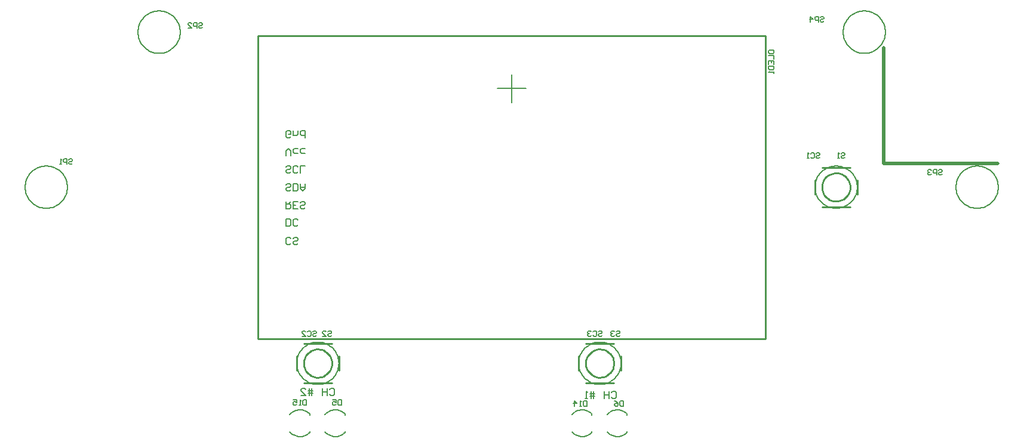
<source format=gbo>
G04*
G04 #@! TF.GenerationSoftware,Altium Limited,Altium Designer,21.6.1 (37)*
G04*
G04 Layer_Color=32896*
%FSLAX25Y25*%
%MOIN*%
G70*
G04*
G04 #@! TF.SameCoordinates,7BDA6066-75DE-4F1A-8C0A-B5BF4F492E69*
G04*
G04*
G04 #@! TF.FilePolarity,Positive*
G04*
G01*
G75*
%ADD13C,0.00800*%
%ADD14C,0.01000*%
%ADD17C,0.00787*%
%ADD18C,0.00591*%
%ADD19C,0.00500*%
%ADD23C,0.02000*%
D13*
X198121Y21513D02*
X197398Y22149D01*
X196600Y22686D01*
X195740Y23117D01*
X194832Y23435D01*
X193891Y23633D01*
X192932Y23709D01*
X191971Y23662D01*
X191024Y23493D01*
X190107Y23203D01*
X189234Y22799D01*
X188420Y22286D01*
X187679Y21673D01*
X187022Y20971D01*
X187022Y11450D02*
X187679Y10747D01*
X188420Y10134D01*
X189234Y9622D01*
X190107Y9217D01*
X191024Y8928D01*
X191971Y8758D01*
X192932Y8711D01*
X193891Y8788D01*
X194832Y8986D01*
X195740Y9303D01*
X196600Y9734D01*
X197398Y10272D01*
X198121Y10907D01*
X355601Y21513D02*
X354878Y22149D01*
X354081Y22686D01*
X353221Y23117D01*
X352313Y23435D01*
X351371Y23633D01*
X350413Y23709D01*
X349452Y23662D01*
X348505Y23493D01*
X347587Y23203D01*
X346715Y22799D01*
X345901Y22286D01*
X345159Y21673D01*
X344502Y20971D01*
X344502Y11450D02*
X345159Y10747D01*
X345901Y10134D01*
X346715Y9622D01*
X347587Y9217D01*
X348505Y8928D01*
X349452Y8758D01*
X350413Y8711D01*
X351371Y8788D01*
X352313Y8986D01*
X353221Y9303D01*
X354081Y9734D01*
X354878Y10272D01*
X355601Y10907D01*
X324817Y11450D02*
X325474Y10747D01*
X326216Y10134D01*
X327029Y9622D01*
X327902Y9217D01*
X328820Y8928D01*
X329767Y8758D01*
X330727Y8711D01*
X331686Y8788D01*
X332628Y8986D01*
X333536Y9303D01*
X334396Y9734D01*
X335193Y10272D01*
X335916Y10907D01*
X335916Y21513D02*
X335193Y22149D01*
X334396Y22686D01*
X333536Y23117D01*
X332628Y23435D01*
X331686Y23633D01*
X330727Y23709D01*
X329767Y23662D01*
X328820Y23493D01*
X327902Y23203D01*
X327029Y22799D01*
X326216Y22286D01*
X325474Y21673D01*
X324817Y20971D01*
X167337Y11450D02*
X167994Y10747D01*
X168735Y10134D01*
X169549Y9622D01*
X170422Y9217D01*
X171339Y8928D01*
X172286Y8758D01*
X173247Y8711D01*
X174206Y8788D01*
X175147Y8986D01*
X176055Y9303D01*
X176915Y9734D01*
X177713Y10272D01*
X178436Y10907D01*
X178436Y21513D02*
X177713Y22149D01*
X176915Y22686D01*
X176055Y23117D01*
X175147Y23435D01*
X174206Y23633D01*
X173247Y23709D01*
X172286Y23662D01*
X171339Y23493D01*
X170422Y23203D01*
X169549Y22799D01*
X168735Y22286D01*
X167994Y21673D01*
X167337Y20971D01*
X198121Y20710D02*
X198121Y21513D01*
X198121Y10907D02*
X198121Y11710D01*
X355601Y20710D02*
X355601Y21513D01*
X355601Y10907D02*
X355601Y11710D01*
X335916Y10907D02*
X335916Y11710D01*
X335916Y20710D02*
X335916Y21513D01*
X178436Y10907D02*
X178436Y11710D01*
X178436Y20710D02*
X178436Y21513D01*
X165258Y140037D02*
X165258Y136038D01*
X167258Y136038D01*
X167924Y136705D01*
X167924Y138038D01*
X167258Y138704D01*
X165258Y138704D01*
X166591Y138704D02*
X167924Y140037D01*
X171923Y136038D02*
X169257Y136038D01*
X169257Y140037D01*
X171923Y140037D01*
X169257Y138038D02*
X170590Y138038D01*
X175921Y136705D02*
X175255Y136038D01*
X173922Y136038D01*
X173256Y136705D01*
X173256Y137371D01*
X173922Y138038D01*
X175255Y138038D01*
X175921Y138704D01*
X175921Y139371D01*
X175255Y140037D01*
X173922Y140037D01*
X173256Y139371D01*
X165258Y126196D02*
X165258Y130194D01*
X167258Y130194D01*
X167924Y129528D01*
X167924Y126862D01*
X167258Y126196D01*
X165258Y126196D01*
X171923Y126862D02*
X171256Y126196D01*
X169923Y126196D01*
X169257Y126862D01*
X169257Y129528D01*
X169923Y130194D01*
X171256Y130194D01*
X171923Y129528D01*
X167924Y116736D02*
X167258Y116070D01*
X165925Y116070D01*
X165258Y116736D01*
X165258Y119402D01*
X165925Y120069D01*
X167258Y120069D01*
X167924Y119402D01*
X171923Y116736D02*
X171256Y116070D01*
X169923Y116070D01*
X169257Y116736D01*
X169257Y117403D01*
X169923Y118069D01*
X171256Y118069D01*
X171923Y118736D01*
X171923Y119402D01*
X171256Y120069D01*
X169923Y120069D01*
X169257Y119402D01*
X167924Y176264D02*
X167258Y175597D01*
X165925Y175597D01*
X165258Y176264D01*
X165258Y178930D01*
X165925Y179596D01*
X167258Y179596D01*
X167924Y178930D01*
X167924Y177597D01*
X166591Y177597D01*
X169257Y179596D02*
X169257Y176930D01*
X171256Y176930D01*
X171923Y177597D01*
X171923Y179596D01*
X175921Y175597D02*
X175921Y179596D01*
X173922Y179596D01*
X173256Y178930D01*
X173256Y177597D01*
X173922Y176930D01*
X175921Y176930D01*
X165258Y165755D02*
X165258Y168421D01*
X166591Y169754D01*
X167924Y168421D01*
X167924Y165755D01*
X171923Y167088D02*
X169923Y167088D01*
X169257Y167754D01*
X169257Y169087D01*
X169923Y169754D01*
X171923Y169754D01*
X175921Y167088D02*
X173922Y167088D01*
X173256Y167754D01*
X173256Y169087D01*
X173922Y169754D01*
X175921Y169754D01*
X167924Y156579D02*
X167258Y155912D01*
X165925Y155912D01*
X165258Y156579D01*
X165258Y157245D01*
X165925Y157912D01*
X167258Y157912D01*
X167924Y158578D01*
X167924Y159245D01*
X167258Y159911D01*
X165925Y159911D01*
X165258Y159245D01*
X171923Y156579D02*
X171256Y155912D01*
X169923Y155912D01*
X169257Y156579D01*
X169257Y159245D01*
X169923Y159911D01*
X171256Y159911D01*
X171923Y159245D01*
X173256Y155912D02*
X173256Y159911D01*
X175921Y159911D01*
X167924Y146736D02*
X167258Y146070D01*
X165925Y146070D01*
X165258Y146736D01*
X165258Y147403D01*
X165925Y148069D01*
X167258Y148069D01*
X167924Y148736D01*
X167924Y149402D01*
X167258Y150068D01*
X165925Y150068D01*
X165258Y149402D01*
X169257Y146070D02*
X169257Y150068D01*
X171256Y150068D01*
X171923Y149402D01*
X171923Y146736D01*
X171256Y146070D01*
X169257Y146070D01*
X173256Y150068D02*
X173256Y147403D01*
X174589Y146070D01*
X175921Y147403D01*
X175921Y150068D01*
X175921Y148069D01*
X173256Y148069D01*
X346927Y33346D02*
X347594Y34013D01*
X348926Y34013D01*
X349593Y33346D01*
X349593Y30681D01*
X348926Y30014D01*
X347594Y30014D01*
X346927Y30681D01*
X345594Y34013D02*
X345594Y30014D01*
X345594Y32013D01*
X342928Y32013D01*
X342928Y34013D01*
X342928Y30014D01*
X336930Y30014D02*
X336930Y34013D01*
X335597Y34013D02*
X335597Y30014D01*
X337597Y32680D02*
X335597Y32680D01*
X334931Y32680D01*
X337597Y31347D02*
X334931Y31347D01*
X333598Y30014D02*
X332265Y30014D01*
X332932Y30014D01*
X332932Y34013D01*
X333598Y33346D01*
X189527Y34846D02*
X190194Y35513D01*
X191526Y35513D01*
X192193Y34846D01*
X192193Y32181D01*
X191526Y31514D01*
X190194Y31514D01*
X189527Y32181D01*
X188194Y35513D02*
X188194Y31514D01*
X188194Y33514D01*
X185528Y33514D01*
X185528Y35513D01*
X185528Y31514D01*
X179530Y31514D02*
X179530Y35513D01*
X178197Y35513D02*
X178197Y31514D01*
X180197Y34180D02*
X178197Y34180D01*
X177531Y34180D01*
X180197Y32847D02*
X177531Y32847D01*
X173532Y31514D02*
X176198Y31514D01*
X173532Y34180D01*
X173532Y34846D01*
X174199Y35513D01*
X175532Y35513D01*
X176198Y34846D01*
D14*
X348329Y49675D02*
X348265Y50682D01*
X348072Y51672D01*
X347754Y52630D01*
X347316Y53539D01*
X346765Y54384D01*
X346111Y55153D01*
X345364Y55831D01*
X344537Y56408D01*
X343642Y56875D01*
X342695Y57223D01*
X341712Y57448D01*
X340707Y57545D01*
X339699Y57512D01*
X338703Y57351D01*
X337736Y57064D01*
X336813Y56656D01*
X335950Y56133D01*
X335161Y55504D01*
X334459Y54779D01*
X333856Y53970D01*
X333361Y53091D01*
X332982Y52156D01*
X332726Y51180D01*
X332597Y50179D01*
X332597Y49170D01*
X332726Y48170D01*
X332982Y47194D01*
X333361Y46258D01*
X333856Y45379D01*
X334459Y44571D01*
X335161Y43846D01*
X335950Y43217D01*
X336813Y42694D01*
X337736Y42285D01*
X338703Y41998D01*
X339699Y41837D01*
X340707Y41805D01*
X341712Y41902D01*
X342695Y42126D01*
X343642Y42475D01*
X344537Y42941D01*
X345364Y43519D01*
X346111Y44197D01*
X346765Y44965D01*
X347316Y45811D01*
X347754Y46720D01*
X348072Y47677D01*
X348265Y48668D01*
X348329Y49675D01*
X480219Y148100D02*
X480154Y149107D01*
X479961Y150097D01*
X479643Y151055D01*
X479206Y151964D01*
X478655Y152810D01*
X478001Y153578D01*
X477254Y154256D01*
X476427Y154833D01*
X475532Y155300D01*
X474585Y155649D01*
X473602Y155873D01*
X472597Y155970D01*
X471589Y155938D01*
X470593Y155777D01*
X469626Y155490D01*
X468703Y155081D01*
X467840Y154558D01*
X467051Y153929D01*
X466349Y153204D01*
X465746Y152396D01*
X465251Y151516D01*
X464872Y150581D01*
X464616Y149605D01*
X464487Y148605D01*
X464487Y147596D01*
X464616Y146595D01*
X464872Y145619D01*
X465251Y144684D01*
X465746Y143805D01*
X466349Y142996D01*
X467051Y142271D01*
X467840Y141642D01*
X468703Y141119D01*
X469626Y140710D01*
X470593Y140423D01*
X471589Y140262D01*
X472597Y140230D01*
X473602Y140327D01*
X474585Y140551D01*
X475532Y140900D01*
X476427Y141367D01*
X477254Y141944D01*
X478001Y142622D01*
X478655Y143391D01*
X479206Y144236D01*
X479643Y145145D01*
X479961Y146103D01*
X480154Y147093D01*
X480219Y148100D01*
X190849Y49675D02*
X190784Y50682D01*
X190591Y51672D01*
X190273Y52630D01*
X189836Y53539D01*
X189285Y54384D01*
X188631Y55153D01*
X187884Y55831D01*
X187057Y56408D01*
X186162Y56875D01*
X185215Y57223D01*
X184231Y57448D01*
X183227Y57545D01*
X182219Y57512D01*
X181223Y57351D01*
X180255Y57064D01*
X179333Y56656D01*
X178470Y56133D01*
X177681Y55504D01*
X176979Y54779D01*
X176376Y53970D01*
X175881Y53091D01*
X175502Y52156D01*
X175246Y51180D01*
X175117Y50179D01*
X175117Y49170D01*
X175246Y48170D01*
X175502Y47194D01*
X175881Y46258D01*
X176376Y45379D01*
X176979Y44571D01*
X177681Y43846D01*
X178470Y43217D01*
X179333Y42694D01*
X180255Y42285D01*
X181223Y41998D01*
X182219Y41837D01*
X183227Y41805D01*
X184231Y41902D01*
X185215Y42126D01*
X186162Y42475D01*
X187057Y42941D01*
X187884Y43519D01*
X188631Y44197D01*
X189285Y44965D01*
X189836Y45811D01*
X190273Y46720D01*
X190591Y47677D01*
X190784Y48668D01*
X190849Y49675D01*
X149510Y63454D02*
X149510Y232746D01*
X149510Y63454D02*
X432975Y63454D01*
X149510Y232746D02*
X432975Y232746D01*
X432975Y63454D02*
X432975Y232746D01*
X328644Y45738D02*
X328644Y53612D01*
X352266Y45738D02*
X352266Y53612D01*
X332581Y38750D02*
X348329Y38750D01*
X332581Y60600D02*
X348329Y60600D01*
X484156Y144163D02*
X484156Y152037D01*
X460534Y144163D02*
X460534Y152037D01*
X464471Y159025D02*
X480219Y159025D01*
X464471Y137175D02*
X480219Y137175D01*
X171164Y45738D02*
X171164Y53612D01*
X194786Y45738D02*
X194786Y53612D01*
X175101Y38750D02*
X190849Y38750D01*
X175101Y60600D02*
X190849Y60600D01*
D17*
X499904Y234714D02*
X499861Y235716D01*
X499734Y236710D01*
X499523Y237690D01*
X499229Y238649D01*
X498855Y239579D01*
X498404Y240474D01*
X497878Y241328D01*
X497282Y242134D01*
X496620Y242887D01*
X495896Y243580D01*
X495116Y244210D01*
X494285Y244772D01*
X493410Y245261D01*
X492497Y245673D01*
X491551Y246007D01*
X490581Y246260D01*
X489593Y246429D01*
X488594Y246515D01*
X487592Y246515D01*
X486593Y246429D01*
X485605Y246260D01*
X484634Y246007D01*
X483689Y245673D01*
X482775Y245261D01*
X481900Y244772D01*
X481070Y244210D01*
X480290Y243580D01*
X479566Y242887D01*
X478903Y242134D01*
X478307Y241328D01*
X477782Y240474D01*
X477330Y239579D01*
X476957Y238649D01*
X476663Y237690D01*
X476452Y236710D01*
X476324Y235716D01*
X476282Y234714D01*
X476324Y233713D01*
X476452Y232718D01*
X476663Y231738D01*
X476957Y230779D01*
X477330Y229849D01*
X477782Y228954D01*
X478307Y228100D01*
X478903Y227294D01*
X479566Y226542D01*
X480290Y225848D01*
X481070Y225218D01*
X481900Y224657D01*
X482776Y224168D01*
X483689Y223755D01*
X484634Y223421D01*
X485605Y223168D01*
X486593Y222999D01*
X487592Y222914D01*
X488594Y222914D01*
X489593Y222999D01*
X490581Y223168D01*
X491551Y223421D01*
X492497Y223755D01*
X493410Y224168D01*
X494285Y224657D01*
X495116Y225218D01*
X495896Y225848D01*
X496620Y226542D01*
X497282Y227294D01*
X497879Y228100D01*
X498404Y228954D01*
X498855Y229849D01*
X499229Y230780D01*
X499523Y231738D01*
X499734Y232718D01*
X499861Y233713D01*
X499904Y234714D01*
X562896Y148100D02*
X562853Y149102D01*
X562726Y150096D01*
X562515Y151076D01*
X562221Y152035D01*
X561848Y152965D01*
X561396Y153860D01*
X560871Y154714D01*
X560274Y155520D01*
X559612Y156272D01*
X558888Y156966D01*
X558108Y157596D01*
X557278Y158157D01*
X556402Y158646D01*
X555489Y159059D01*
X554544Y159393D01*
X553573Y159646D01*
X552585Y159815D01*
X551586Y159900D01*
X550584Y159900D01*
X549585Y159815D01*
X548597Y159646D01*
X547626Y159393D01*
X546681Y159059D01*
X545768Y158646D01*
X544892Y158157D01*
X544062Y157596D01*
X543282Y156966D01*
X542558Y156272D01*
X541896Y155520D01*
X541299Y154714D01*
X540774Y153860D01*
X540322Y152965D01*
X539949Y152035D01*
X539655Y151076D01*
X539444Y150096D01*
X539317Y149102D01*
X539274Y148100D01*
X539317Y147098D01*
X539444Y146104D01*
X539655Y145124D01*
X539949Y144165D01*
X540322Y143235D01*
X540774Y142340D01*
X541299Y141486D01*
X541896Y140680D01*
X542558Y139927D01*
X543282Y139234D01*
X544062Y138604D01*
X544893Y138043D01*
X545768Y137554D01*
X546681Y137141D01*
X547626Y136807D01*
X548597Y136554D01*
X549585Y136385D01*
X550584Y136300D01*
X551586Y136300D01*
X552585Y136385D01*
X553573Y136554D01*
X554544Y136807D01*
X555489Y137141D01*
X556402Y137554D01*
X557278Y138043D01*
X558108Y138604D01*
X558888Y139234D01*
X559612Y139927D01*
X560275Y140680D01*
X560871Y141486D01*
X561396Y142340D01*
X561848Y143235D01*
X562221Y144165D01*
X562515Y145124D01*
X562726Y146104D01*
X562853Y147098D01*
X562896Y148100D01*
X43211Y148100D02*
X43169Y149102D01*
X43041Y150096D01*
X42830Y151076D01*
X42536Y152035D01*
X42162Y152965D01*
X41711Y153860D01*
X41186Y154714D01*
X40589Y155520D01*
X39927Y156272D01*
X39203Y156966D01*
X38423Y157596D01*
X37593Y158157D01*
X36717Y158646D01*
X35804Y159059D01*
X34859Y159393D01*
X33888Y159646D01*
X32900Y159815D01*
X31901Y159900D01*
X30899Y159900D01*
X29900Y159815D01*
X28912Y159646D01*
X27942Y159393D01*
X26996Y159059D01*
X26083Y158646D01*
X25207Y158157D01*
X24377Y157596D01*
X23597Y156966D01*
X22873Y156272D01*
X22211Y155520D01*
X21614Y154714D01*
X21089Y153860D01*
X20638Y152965D01*
X20264Y152035D01*
X19970Y151076D01*
X19759Y150096D01*
X19632Y149102D01*
X19589Y148100D01*
X19632Y147098D01*
X19759Y146104D01*
X19970Y145124D01*
X20264Y144165D01*
X20638Y143235D01*
X21089Y142340D01*
X21614Y141486D01*
X22211Y140680D01*
X22873Y139927D01*
X23597Y139234D01*
X24377Y138604D01*
X25207Y138043D01*
X26083Y137554D01*
X26996Y137141D01*
X27942Y136807D01*
X28912Y136554D01*
X29900Y136385D01*
X30899Y136300D01*
X31901Y136300D01*
X32900Y136385D01*
X33888Y136554D01*
X34859Y136807D01*
X35804Y137141D01*
X36717Y137554D01*
X37593Y138043D01*
X38423Y138604D01*
X39203Y139234D01*
X39927Y139927D01*
X40589Y140680D01*
X41186Y141486D01*
X41711Y142340D01*
X42162Y143235D01*
X42536Y144165D01*
X42830Y145124D01*
X43041Y146104D01*
X43169Y147098D01*
X43211Y148100D01*
X106203Y234714D02*
X106161Y235716D01*
X106033Y236710D01*
X105822Y237690D01*
X105528Y238649D01*
X105155Y239579D01*
X104703Y240474D01*
X104178Y241328D01*
X103582Y242134D01*
X102919Y242887D01*
X102195Y243580D01*
X101415Y244210D01*
X100585Y244772D01*
X99709Y245261D01*
X98796Y245673D01*
X97851Y246007D01*
X96881Y246260D01*
X95892Y246429D01*
X94893Y246515D01*
X93891Y246515D01*
X92892Y246429D01*
X91904Y246260D01*
X90934Y246007D01*
X89988Y245673D01*
X89075Y245261D01*
X88200Y244772D01*
X87369Y244210D01*
X86589Y243580D01*
X85865Y242887D01*
X85203Y242134D01*
X84607Y241328D01*
X84081Y240474D01*
X83630Y239579D01*
X83256Y238649D01*
X82962Y237690D01*
X82751Y236710D01*
X82624Y235716D01*
X82581Y234714D01*
X82624Y233713D01*
X82751Y232718D01*
X82962Y231738D01*
X83256Y230779D01*
X83630Y229849D01*
X84081Y228954D01*
X84607Y228100D01*
X85203Y227294D01*
X85865Y226542D01*
X86589Y225848D01*
X87369Y225218D01*
X88200Y224657D01*
X89075Y224168D01*
X89988Y223755D01*
X90934Y223421D01*
X91904Y223168D01*
X92892Y222999D01*
X93891Y222914D01*
X94893Y222914D01*
X95892Y222999D01*
X96881Y223168D01*
X97851Y223421D01*
X98796Y223755D01*
X99709Y224168D01*
X100585Y224657D01*
X101415Y225218D01*
X102195Y225848D01*
X102919Y226542D01*
X103582Y227294D01*
X104178Y228100D01*
X104703Y228954D01*
X105155Y229849D01*
X105528Y230780D01*
X105822Y231738D01*
X106033Y232718D01*
X106161Y233713D01*
X106203Y234714D01*
X484156Y148100D02*
X484113Y149102D01*
X483986Y150096D01*
X483775Y151076D01*
X483481Y152035D01*
X483107Y152965D01*
X482656Y153860D01*
X482130Y154714D01*
X481534Y155520D01*
X480872Y156272D01*
X480148Y156966D01*
X479368Y157596D01*
X478538Y158157D01*
X477662Y158646D01*
X476749Y159059D01*
X475803Y159393D01*
X474833Y159646D01*
X473845Y159815D01*
X472846Y159900D01*
X471844Y159900D01*
X470845Y159815D01*
X469857Y159646D01*
X468886Y159393D01*
X467941Y159059D01*
X467028Y158646D01*
X466152Y158157D01*
X465322Y157596D01*
X464542Y156966D01*
X463818Y156272D01*
X463156Y155520D01*
X462559Y154714D01*
X462034Y153860D01*
X461582Y152965D01*
X461208Y152035D01*
X460915Y151076D01*
X460704Y150096D01*
X460576Y149102D01*
X460534Y148100D01*
X460576Y147098D01*
X460704Y146104D01*
X460915Y145124D01*
X461208Y144165D01*
X461582Y143235D01*
X462034Y142340D01*
X462559Y141486D01*
X463156Y140680D01*
X463818Y139927D01*
X464542Y139234D01*
X465322Y138604D01*
X466152Y138043D01*
X467028Y137554D01*
X467941Y137141D01*
X468886Y136807D01*
X469857Y136554D01*
X470845Y136385D01*
X471844Y136300D01*
X472846Y136300D01*
X473845Y136385D01*
X474833Y136554D01*
X475803Y136807D01*
X476749Y137141D01*
X477662Y137554D01*
X478538Y138043D01*
X479368Y138604D01*
X480148Y139234D01*
X480872Y139927D01*
X481534Y140680D01*
X482130Y141486D01*
X482656Y142340D01*
X483107Y143235D01*
X483481Y144165D01*
X483775Y145124D01*
X483986Y146104D01*
X484113Y147098D01*
X484156Y148100D01*
X352266Y49675D02*
X352224Y50676D01*
X352096Y51671D01*
X351885Y52651D01*
X351591Y53610D01*
X351218Y54540D01*
X350766Y55435D01*
X350241Y56289D01*
X349644Y57095D01*
X348982Y57847D01*
X348258Y58541D01*
X347478Y59171D01*
X346648Y59732D01*
X345773Y60221D01*
X344859Y60634D01*
X343914Y60968D01*
X342944Y61221D01*
X341955Y61390D01*
X340956Y61475D01*
X339954Y61475D01*
X338955Y61390D01*
X337967Y61221D01*
X336997Y60968D01*
X336051Y60634D01*
X335138Y60221D01*
X334262Y59732D01*
X333432Y59171D01*
X332652Y58541D01*
X331928Y57847D01*
X331266Y57095D01*
X330670Y56289D01*
X330144Y55435D01*
X329693Y54540D01*
X329319Y53610D01*
X329025Y52651D01*
X328814Y51671D01*
X328687Y50676D01*
X328644Y49675D01*
X328687Y48673D01*
X328814Y47679D01*
X329025Y46699D01*
X329319Y45740D01*
X329693Y44810D01*
X330144Y43915D01*
X330670Y43061D01*
X331266Y42255D01*
X331928Y41502D01*
X332652Y40809D01*
X333432Y40179D01*
X334262Y39617D01*
X335138Y39128D01*
X336051Y38715D01*
X336997Y38381D01*
X337967Y38129D01*
X338955Y37959D01*
X339954Y37874D01*
X340956Y37874D01*
X341955Y37959D01*
X342944Y38129D01*
X343914Y38381D01*
X344859Y38715D01*
X345773Y39128D01*
X346648Y39617D01*
X347478Y40179D01*
X348258Y40809D01*
X348982Y41502D01*
X349644Y42255D01*
X350241Y43061D01*
X350766Y43915D01*
X351218Y44810D01*
X351591Y45740D01*
X351885Y46699D01*
X352096Y47679D01*
X352224Y48673D01*
X352266Y49675D01*
X194786Y49675D02*
X194743Y50676D01*
X194616Y51671D01*
X194405Y52651D01*
X194111Y53610D01*
X193737Y54540D01*
X193286Y55435D01*
X192760Y56289D01*
X192164Y57095D01*
X191502Y57847D01*
X190778Y58541D01*
X189998Y59171D01*
X189167Y59732D01*
X188292Y60221D01*
X187379Y60634D01*
X186433Y60968D01*
X185463Y61221D01*
X184475Y61390D01*
X183476Y61475D01*
X182474Y61475D01*
X181475Y61390D01*
X180487Y61221D01*
X179516Y60968D01*
X178571Y60634D01*
X177657Y60221D01*
X176782Y59732D01*
X175952Y59171D01*
X175172Y58541D01*
X174448Y57847D01*
X173785Y57095D01*
X173189Y56289D01*
X172664Y55435D01*
X172212Y54540D01*
X171838Y53610D01*
X171545Y52651D01*
X171334Y51671D01*
X171206Y50676D01*
X171164Y49675D01*
X171206Y48673D01*
X171334Y47679D01*
X171545Y46699D01*
X171838Y45740D01*
X172212Y44810D01*
X172664Y43915D01*
X173189Y43061D01*
X173785Y42255D01*
X174448Y41502D01*
X175172Y40809D01*
X175952Y40179D01*
X176782Y39617D01*
X177657Y39128D01*
X178571Y38715D01*
X179516Y38381D01*
X180487Y38129D01*
X181475Y37959D01*
X182474Y37874D01*
X183476Y37874D01*
X184475Y37959D01*
X185463Y38129D01*
X186433Y38381D01*
X187379Y38715D01*
X188292Y39128D01*
X189167Y39617D01*
X189998Y40179D01*
X190778Y40809D01*
X191502Y41502D01*
X192164Y42255D01*
X192760Y43061D01*
X193286Y43915D01*
X193737Y44810D01*
X194111Y45740D01*
X194405Y46699D01*
X194616Y47679D01*
X194743Y48673D01*
X194786Y49675D01*
D18*
X291243Y195344D02*
X291243Y211092D01*
X283368Y203218D02*
X299116Y203218D01*
D19*
X176742Y29213D02*
X176742Y26214D01*
X175243Y26214D01*
X174743Y26714D01*
X174743Y28713D01*
X175243Y29213D01*
X176742Y29213D01*
X173743Y26214D02*
X172744Y26214D01*
X173244Y26214D01*
X173244Y29213D01*
X173743Y28713D01*
X169245Y29213D02*
X171244Y29213D01*
X171244Y27714D01*
X170245Y28214D01*
X169745Y28214D01*
X169245Y27714D01*
X169245Y26714D01*
X169745Y26214D01*
X170745Y26214D01*
X171244Y26714D01*
X333243Y28713D02*
X333243Y25714D01*
X331743Y25714D01*
X331243Y26214D01*
X331243Y28213D01*
X331743Y28713D01*
X333243Y28713D01*
X330243Y25714D02*
X329244Y25714D01*
X329744Y25714D01*
X329744Y28713D01*
X330243Y28213D01*
X326245Y25714D02*
X326245Y28713D01*
X327744Y27214D01*
X325745Y27214D01*
X353743Y28713D02*
X353743Y25714D01*
X352243Y25714D01*
X351743Y26214D01*
X351743Y28213D01*
X352243Y28713D01*
X353743Y28713D01*
X348744Y28713D02*
X349744Y28213D01*
X350744Y27214D01*
X350744Y26214D01*
X350244Y25714D01*
X349244Y25714D01*
X348744Y26214D01*
X348744Y26714D01*
X349244Y27214D01*
X350744Y27214D01*
X196242Y29213D02*
X196242Y26214D01*
X194743Y26214D01*
X194243Y26714D01*
X194243Y28713D01*
X194743Y29213D01*
X196242Y29213D01*
X191244Y29213D02*
X193244Y29213D01*
X193244Y27714D01*
X192244Y28214D01*
X191744Y28214D01*
X191244Y27714D01*
X191244Y26714D01*
X191744Y26214D01*
X192744Y26214D01*
X193244Y26714D01*
X188641Y67213D02*
X189141Y67713D01*
X190140Y67713D01*
X190640Y67213D01*
X190640Y66714D01*
X190140Y66214D01*
X189141Y66214D01*
X188641Y65714D01*
X188641Y65214D01*
X189141Y64714D01*
X190140Y64714D01*
X190640Y65214D01*
X185642Y64714D02*
X187641Y64714D01*
X185642Y66714D01*
X185642Y67213D01*
X186142Y67713D01*
X187141Y67713D01*
X187641Y67213D01*
X475243Y166713D02*
X475743Y167213D01*
X476743Y167213D01*
X477243Y166713D01*
X477243Y166214D01*
X476743Y165714D01*
X475743Y165714D01*
X475243Y165214D01*
X475243Y164714D01*
X475743Y164214D01*
X476743Y164214D01*
X477243Y164714D01*
X474243Y164214D02*
X473244Y164214D01*
X473744Y164214D01*
X473744Y167213D01*
X474243Y166713D01*
X349641Y67213D02*
X350141Y67713D01*
X351140Y67713D01*
X351640Y67213D01*
X351640Y66714D01*
X351140Y66214D01*
X350141Y66214D01*
X349641Y65714D01*
X349641Y65214D01*
X350141Y64714D01*
X351140Y64714D01*
X351640Y65214D01*
X348641Y67213D02*
X348141Y67713D01*
X347142Y67713D01*
X346642Y67213D01*
X346642Y66714D01*
X347142Y66214D01*
X347641Y66214D01*
X347142Y66214D01*
X346642Y65714D01*
X346642Y65214D01*
X347142Y64714D01*
X348141Y64714D01*
X348641Y65214D01*
X180141Y67213D02*
X180641Y67713D01*
X181640Y67713D01*
X182140Y67213D01*
X182140Y66714D01*
X181640Y66214D01*
X180641Y66214D01*
X180141Y65714D01*
X180141Y65214D01*
X180641Y64714D01*
X181640Y64714D01*
X182140Y65214D01*
X177142Y67213D02*
X177642Y67713D01*
X178641Y67713D01*
X179141Y67213D01*
X179141Y65214D01*
X178641Y64714D01*
X177642Y64714D01*
X177142Y65214D01*
X174143Y64714D02*
X176142Y64714D01*
X174143Y66714D01*
X174143Y67213D01*
X174643Y67713D01*
X175642Y67713D01*
X176142Y67213D01*
X339641Y67213D02*
X340141Y67713D01*
X341140Y67713D01*
X341640Y67213D01*
X341640Y66714D01*
X341140Y66214D01*
X340141Y66214D01*
X339641Y65714D01*
X339641Y65214D01*
X340141Y64714D01*
X341140Y64714D01*
X341640Y65214D01*
X336642Y67213D02*
X337142Y67713D01*
X338141Y67713D01*
X338641Y67213D01*
X338641Y65214D01*
X338141Y64714D01*
X337142Y64714D01*
X336642Y65214D01*
X335642Y67213D02*
X335142Y67713D01*
X334143Y67713D01*
X333643Y67213D01*
X333643Y66714D01*
X334143Y66214D01*
X334642Y66214D01*
X334143Y66214D01*
X333643Y65714D01*
X333643Y65214D01*
X334143Y64714D01*
X335142Y64714D01*
X335642Y65214D01*
X461094Y166713D02*
X461593Y167213D01*
X462593Y167213D01*
X463093Y166713D01*
X463093Y166214D01*
X462593Y165714D01*
X461593Y165714D01*
X461094Y165214D01*
X461094Y164714D01*
X461593Y164214D01*
X462593Y164214D01*
X463093Y164714D01*
X458095Y166713D02*
X458594Y167213D01*
X459594Y167213D01*
X460094Y166713D01*
X460094Y164714D01*
X459594Y164214D01*
X458594Y164214D01*
X458095Y164714D01*
X457095Y164214D02*
X456095Y164214D01*
X456595Y164214D01*
X456595Y167213D01*
X457095Y166713D01*
X434594Y223215D02*
X434594Y224214D01*
X435094Y224714D01*
X437093Y224714D01*
X437593Y224214D01*
X437593Y223215D01*
X437093Y222715D01*
X435094Y222715D01*
X434594Y223215D01*
X434594Y221715D02*
X437593Y221715D01*
X437593Y219716D01*
X434594Y216717D02*
X434594Y218716D01*
X437593Y218716D01*
X437593Y216717D01*
X436093Y218716D02*
X436093Y217716D01*
X434594Y215717D02*
X437593Y215717D01*
X437593Y214218D01*
X437093Y213718D01*
X435094Y213718D01*
X434594Y214218D01*
X434594Y215717D01*
X437593Y212718D02*
X437593Y211718D01*
X437593Y212218D01*
X434594Y212218D01*
X435094Y212718D01*
X116546Y239505D02*
X117046Y240004D01*
X118046Y240004D01*
X118546Y239505D01*
X118546Y239005D01*
X118046Y238505D01*
X117046Y238505D01*
X116546Y238005D01*
X116546Y237505D01*
X117046Y237005D01*
X118046Y237005D01*
X118546Y237505D01*
X115547Y237005D02*
X115547Y240004D01*
X114047Y240004D01*
X113547Y239505D01*
X113547Y238505D01*
X114047Y238005D01*
X115547Y238005D01*
X110548Y237005D02*
X112548Y237005D01*
X110548Y239005D01*
X110548Y239505D01*
X111048Y240004D01*
X112048Y240004D01*
X112548Y239505D01*
X44046Y163505D02*
X44546Y164005D01*
X45546Y164005D01*
X46046Y163505D01*
X46046Y163005D01*
X45546Y162505D01*
X44546Y162505D01*
X44046Y162005D01*
X44046Y161505D01*
X44546Y161005D01*
X45546Y161005D01*
X46046Y161505D01*
X43047Y161005D02*
X43047Y164005D01*
X41547Y164005D01*
X41047Y163505D01*
X41047Y162505D01*
X41547Y162005D01*
X43047Y162005D01*
X40048Y161005D02*
X39048Y161005D01*
X39548Y161005D01*
X39548Y164005D01*
X40048Y163505D01*
X529546Y157505D02*
X530046Y158004D01*
X531046Y158004D01*
X531546Y157505D01*
X531546Y157005D01*
X531046Y156505D01*
X530046Y156505D01*
X529546Y156005D01*
X529546Y155505D01*
X530046Y155006D01*
X531046Y155006D01*
X531546Y155505D01*
X528547Y155006D02*
X528547Y158004D01*
X527047Y158004D01*
X526547Y157505D01*
X526547Y156505D01*
X527047Y156005D01*
X528547Y156005D01*
X525548Y157505D02*
X525048Y158004D01*
X524048Y158004D01*
X523548Y157505D01*
X523548Y157005D01*
X524048Y156505D01*
X524548Y156505D01*
X524048Y156505D01*
X523548Y156005D01*
X523548Y155505D01*
X524048Y155006D01*
X525048Y155006D01*
X525548Y155505D01*
X463546Y243005D02*
X464046Y243505D01*
X465046Y243505D01*
X465546Y243005D01*
X465546Y242505D01*
X465046Y242005D01*
X464046Y242005D01*
X463546Y241505D01*
X463546Y241005D01*
X464046Y240506D01*
X465046Y240506D01*
X465546Y241005D01*
X462547Y240506D02*
X462547Y243505D01*
X461047Y243505D01*
X460547Y243005D01*
X460547Y242005D01*
X461047Y241505D01*
X462547Y241505D01*
X458048Y240506D02*
X458048Y243505D01*
X459548Y242005D01*
X457548Y242005D01*
D23*
X499046Y161505D02*
X499046Y226006D01*
X499046Y161505D02*
X562546Y161505D01*
M02*

</source>
